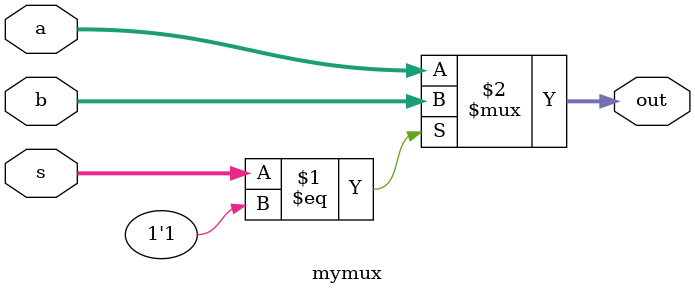
<source format=v>
module mymux (input [3:0] a,b,
				  input  [1:0] s, 
				  output [3:0] out );
				  
	assign out = (s == 1'b1) ? b : a;
	//									1   0
					
endmodule

</source>
